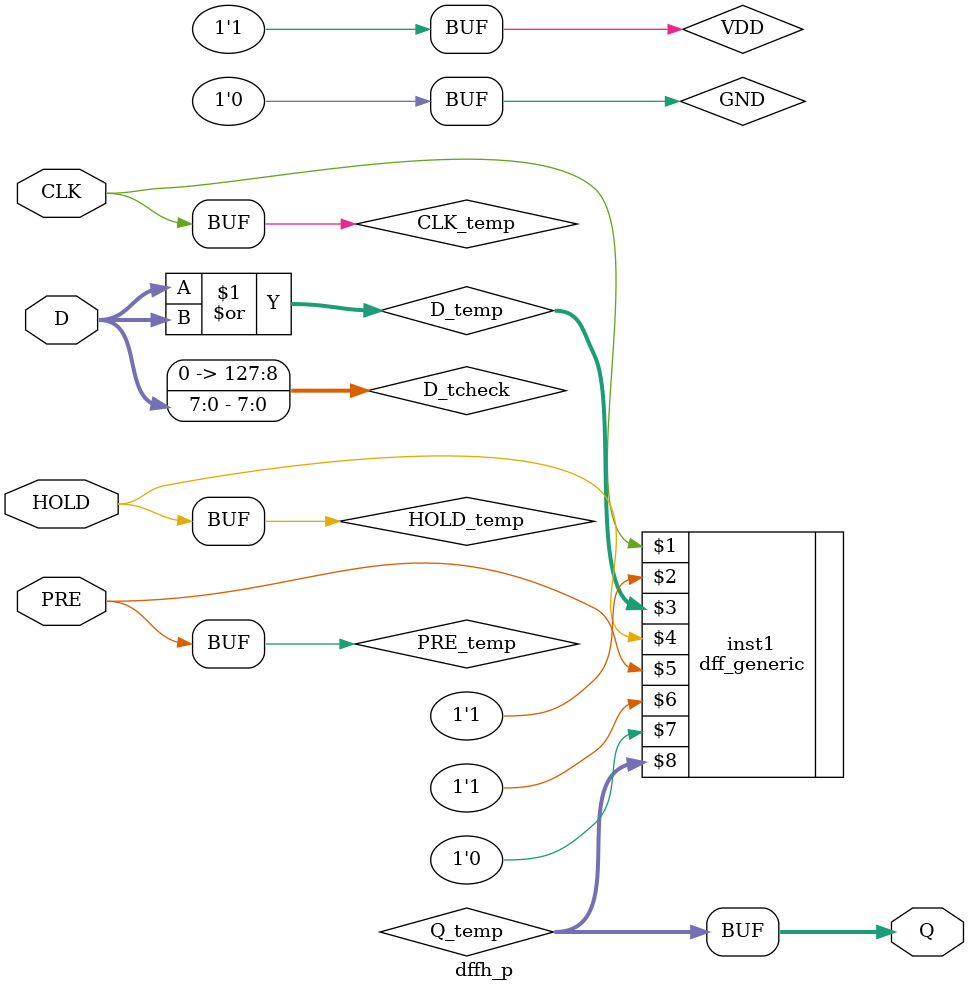
<source format=v>
module dffh_p(CLK,D,HOLD,PRE,Q);
  parameter N = 8;
  parameter DPFLAG = 1;
  parameter GROUP = "dpath1";
  parameter
        d_CLK_r = 0,
        d_CLK_f = 0,
        d_D = 0,
        d_HOLD_r = 0,
        d_HOLD_f = 0,
        d_PRE_r = 0,
        d_PRE_f = 0,
        d_Q = 1;
  input  CLK;
  input [(N - 1):0] D;
  input  HOLD;
  input  PRE;
  output [(N - 1):0] Q;
  wire  CLK_temp;
  wire [(N - 1):0] D_temp;
  wire  HOLD_temp;
  wire  PRE_temp;
  wire [(N - 1):0] Q_temp;
  supply0  GND;
  supply1  VDD;
  assign #(d_CLK_r,d_CLK_f) CLK_temp = CLK;
  assign #(d_D) D_temp = D|D;
  assign #(d_HOLD_r,d_HOLD_f) HOLD_temp = HOLD;
  assign #(d_PRE_r,d_PRE_f) PRE_temp = PRE;
  assign #(d_Q) Q = Q_temp;
  dff_generic #(N) inst1 (CLK_temp,VDD,D_temp,HOLD_temp,PRE_temp,VDD,GND,Q_temp);
  wire [127:0] D_tcheck = D;
  specify
    specparam
      t_hold_D = 0,
      t_setup_D = 0,
      t_hold_HOLD = 0,
      t_setup_HOLD = 0,
      t_width_PRE = 0;
    $hold(posedge CLK , D_tcheck , t_hold_D);
    $setup(D_tcheck , posedge CLK , t_setup_D);
    $hold(posedge CLK , HOLD , t_hold_HOLD);
    $setup(HOLD , posedge CLK , t_setup_HOLD);
    $width(negedge PRE , t_width_PRE);
  endspecify
endmodule

</source>
